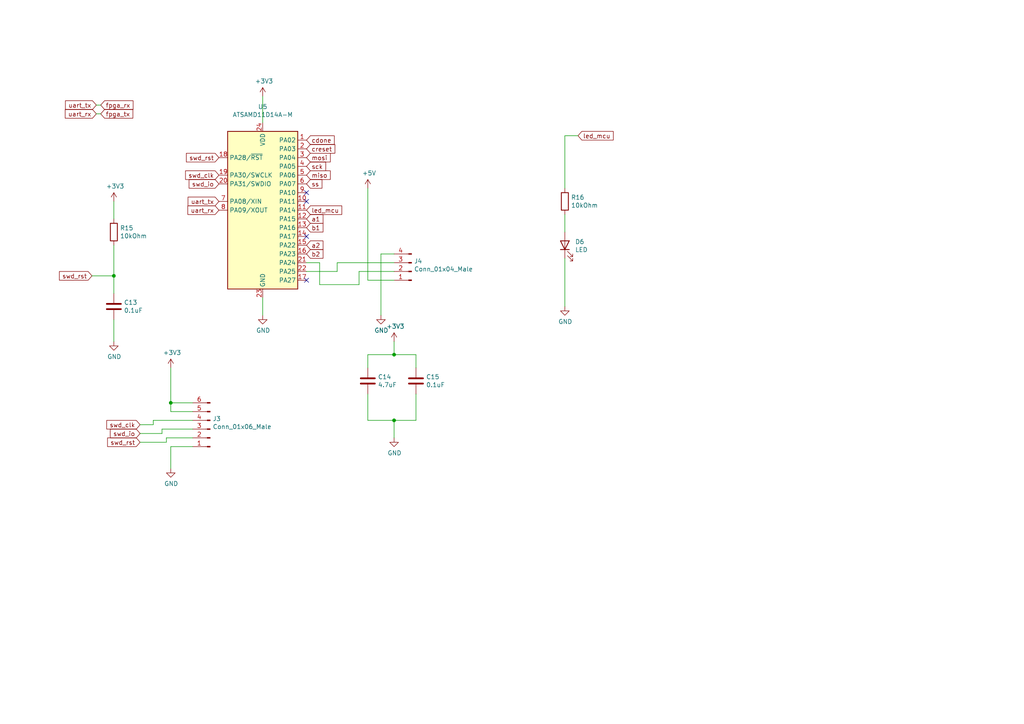
<source format=kicad_sch>
(kicad_sch (version 20211123) (generator eeschema)
  (paper "A4")
  (lib_symbols
    (symbol "Connector:Conn_01x04_Male" (pin_names (offset 1.016) hide)
      (property "Reference" "J" (at 0 5.08 0))
      (property "Value" "Conn_01x04_Male" (at 0 -7.62 0))
      (symbol "Conn_01x04_Male_1_1"
        (polyline (pts (xy 1.27 -5.08) (xy 0.8636 -5.08)) (stroke (width 0.1524)))
        (polyline (pts (xy 1.27 -2.54) (xy 0.8636 -2.54)) (stroke (width 0.1524)))
        (polyline (pts (xy 1.27 0) (xy 0.8636 0)) (stroke (width 0.1524)))
        (polyline (pts (xy 1.27 2.54) (xy 0.8636 2.54)) (stroke (width 0.1524)))
        (rectangle (start 0.8636 -4.953) (end 0 -5.207) (stroke (width 0.1524)) (fill (type outline)))
        (rectangle (start 0.8636 -2.413) (end 0 -2.667) (stroke (width 0.1524)) (fill (type outline)))
        (rectangle (start 0.8636 0.127) (end 0 -0.127) (stroke (width 0.1524)) (fill (type outline)))
        (rectangle (start 0.8636 2.667) (end 0 2.413) (stroke (width 0.1524)) (fill (type outline)))
        (pin passive line (at 5.08 2.54 180) (length 3.81) (name "Pin_1") (number "1"))
        (pin passive line (at 5.08 0 180) (length 3.81) (name "Pin_2") (number "2"))
        (pin passive line (at 5.08 -2.54 180) (length 3.81) (name "Pin_3") (number "3"))
        (pin passive line (at 5.08 -5.08 180) (length 3.81) (name "Pin_4") (number "4"))
      )
    )
    (symbol "Connector:Conn_01x06_Male" (pin_names (offset 1.016) hide)
      (property "Reference" "J" (at 0 7.62 0))
      (property "Value" "Conn_01x06_Male" (at 0 -10.16 0))
      (symbol "Conn_01x06_Male_1_1"
        (polyline (pts (xy 1.27 -7.62) (xy 0.8636 -7.62)) (stroke (width 0.1524)))
        (polyline (pts (xy 1.27 -5.08) (xy 0.8636 -5.08)) (stroke (width 0.1524)))
        (polyline (pts (xy 1.27 -2.54) (xy 0.8636 -2.54)) (stroke (width 0.1524)))
        (polyline (pts (xy 1.27 0) (xy 0.8636 0)) (stroke (width 0.1524)))
        (polyline (pts (xy 1.27 2.54) (xy 0.8636 2.54)) (stroke (width 0.1524)))
        (polyline (pts (xy 1.27 5.08) (xy 0.8636 5.08)) (stroke (width 0.1524)))
        (rectangle (start 0.8636 -7.493) (end 0 -7.747) (stroke (width 0.1524)) (fill (type outline)))
        (rectangle (start 0.8636 -4.953) (end 0 -5.207) (stroke (width 0.1524)) (fill (type outline)))
        (rectangle (start 0.8636 -2.413) (end 0 -2.667) (stroke (width 0.1524)) (fill (type outline)))
        (rectangle (start 0.8636 0.127) (end 0 -0.127) (stroke (width 0.1524)) (fill (type outline)))
        (rectangle (start 0.8636 2.667) (end 0 2.413) (stroke (width 0.1524)) (fill (type outline)))
        (rectangle (start 0.8636 5.207) (end 0 4.953) (stroke (width 0.1524)) (fill (type outline)))
        (pin passive line (at 5.08 5.08 180) (length 3.81) (name "Pin_1") (number "1"))
        (pin passive line (at 5.08 2.54 180) (length 3.81) (name "Pin_2") (number "2"))
        (pin passive line (at 5.08 0 180) (length 3.81) (name "Pin_3") (number "3"))
        (pin passive line (at 5.08 -2.54 180) (length 3.81) (name "Pin_4") (number "4"))
        (pin passive line (at 5.08 -5.08 180) (length 3.81) (name "Pin_5") (number "5"))
        (pin passive line (at 5.08 -7.62 180) (length 3.81) (name "Pin_6") (number "6"))
      )
    )
    (symbol "Device:C" (pin_numbers hide) (pin_names (offset 0.254))
      (property "Reference" "C" (at 0.635 2.54 0))
      (property "Value" "C" (at 0.635 -2.54 0))
      (symbol "C_0_1"
        (polyline (pts (xy -2.032 -0.762) (xy 2.032 -0.762)) (stroke (width 0.508)))
        (polyline (pts (xy -2.032 0.762) (xy 2.032 0.762)) (stroke (width 0.508)))
      )
      (symbol "C_1_1"
        (pin passive line (at 0 3.81 270) (length 2.794) (name "~") (number "1"))
        (pin passive line (at 0 -3.81 90) (length 2.794) (name "~") (number "2"))
      )
    )
    (symbol "Device:LED" (pin_numbers hide) (pin_names (offset 1.016) hide)
      (property "Reference" "D" (at 0 2.54 0))
      (property "Value" "LED" (at 0 -2.54 0))
      (symbol "LED_0_1"
        (polyline (pts (xy -1.27 -1.27) (xy -1.27 1.27)) (stroke (width 0.254)))
        (polyline (pts (xy -1.27 0) (xy 1.27 0)))
        (polyline (pts (xy 1.27 -1.27) (xy 1.27 1.27) (xy -1.27 0) (xy 1.27 -1.27)) (stroke (width 0.254)))
        (polyline (pts (xy -3.048 -0.762) (xy -4.572 -2.286) (xy -3.81 -2.286) (xy -4.572 -2.286) (xy -4.572 -1.524)))
        (polyline (pts (xy -1.778 -0.762) (xy -3.302 -2.286) (xy -2.54 -2.286) (xy -3.302 -2.286) (xy -3.302 -1.524)))
      )
      (symbol "LED_1_1"
        (pin passive line (at -3.81 0 0) (length 2.54) (name "K") (number "1"))
        (pin passive line (at 3.81 0 180) (length 2.54) (name "A") (number "2"))
      )
    )
    (symbol "Device:R" (pin_numbers hide) (pin_names (offset 0))
      (property "Reference" "R" (at 2.032 0 90))
      (property "Value" "R" (at 0 0 90))
      (symbol "R_0_1"
        (rectangle (start -1.016 -2.54) (end 1.016 2.54) (stroke (width 0.254)))
      )
      (symbol "R_1_1"
        (pin passive line (at 0 3.81 270) (length 1.27) (name "~") (number "1"))
        (pin passive line (at 0 -3.81 90) (length 1.27) (name "~") (number "2"))
      )
    )
    (symbol "GitRep_SAMD:ATSAMD11D14A-M"
      (property "Reference" "U" (at -10.16 24.13 0))
      (property "Value" "GitRep_SAMD_ATSAMD11D14A-M" (at 1.27 24.13 0))
      (symbol "ATSAMD11D14A-M_0_1"
        (rectangle (start -10.16 22.86) (end 10.16 -22.86) (stroke (width 0.254)) (fill (type background)))
      )
      (symbol "ATSAMD11D14A-M_1_1"
        (pin bidirectional line (at 12.7 20.32 180) (length 2.54) (name "PA02") (number "1"))
        (pin bidirectional line (at 12.7 2.54 180) (length 2.54) (name "PA11") (number "10"))
        (pin bidirectional line (at 12.7 0 180) (length 2.54) (name "PA14") (number "11"))
        (pin bidirectional line (at 12.7 -2.54 180) (length 2.54) (name "PA15") (number "12"))
        (pin bidirectional line (at 12.7 -5.08 180) (length 2.54) (name "PA16") (number "13"))
        (pin bidirectional line (at 12.7 -7.62 180) (length 2.54) (name "PA17") (number "14"))
        (pin bidirectional line (at 12.7 -10.16 180) (length 2.54) (name "PA22") (number "15"))
        (pin bidirectional line (at 12.7 -12.7 180) (length 2.54) (name "PA23") (number "16"))
        (pin bidirectional line (at 12.7 -20.32 180) (length 2.54) (name "PA27") (number "17"))
        (pin bidirectional line (at -12.7 15.24 0) (length 2.54) (name "PA28/~{RST}") (number "18"))
        (pin bidirectional line (at -12.7 10.16 0) (length 2.54) (name "PA30/SWCLK") (number "19"))
        (pin bidirectional line (at 12.7 17.78 180) (length 2.54) (name "PA03") (number "2"))
        (pin bidirectional line (at -12.7 7.62 0) (length 2.54) (name "PA31/SWDIO") (number "20"))
        (pin bidirectional line (at 12.7 -15.24 180) (length 2.54) (name "PA24") (number "21"))
        (pin bidirectional line (at 12.7 -17.78 180) (length 2.54) (name "PA25") (number "22"))
        (pin power_in line (at 0 -25.4 90) (length 2.54) (name "GND") (number "23"))
        (pin power_in line (at 0 25.4 270) (length 2.54) (name "VDD") (number "24"))
        (pin bidirectional line (at 12.7 15.24 180) (length 2.54) (name "PA04") (number "3"))
        (pin bidirectional line (at 12.7 12.7 180) (length 2.54) (name "PA05") (number "4"))
        (pin bidirectional line (at 12.7 10.16 180) (length 2.54) (name "PA06") (number "5"))
        (pin bidirectional line (at 12.7 7.62 180) (length 2.54) (name "PA07") (number "6"))
        (pin bidirectional line (at -12.7 2.54 0) (length 2.54) (name "PA08/XIN") (number "7"))
        (pin bidirectional line (at -12.7 0 0) (length 2.54) (name "PA09/XOUT") (number "8"))
        (pin bidirectional line (at 12.7 5.08 180) (length 2.54) (name "PA10") (number "9"))
      )
    )
    (symbol "power:+3V3" (power) (pin_names (offset 0))
      (property "Value" "+3V3" (at 0 3.556 0))
      (symbol "+3V3_0_1"
        (polyline (pts (xy -0.762 1.27) (xy 0 2.54)))
        (polyline (pts (xy 0 0) (xy 0 2.54)))
        (polyline (pts (xy 0 2.54) (xy 0.762 1.27)))
      )
      (symbol "+3V3_1_1"
        (pin power_in line (at 0 0 90) (length 0) hide (name "+3V3") (number "1"))
      )
    )
    (symbol "power:+5V" (power) (pin_names (offset 0))
      (property "Value" "+5V" (at 0 3.556 0))
      (symbol "+5V_0_1"
        (polyline (pts (xy -0.762 1.27) (xy 0 2.54)))
        (polyline (pts (xy 0 0) (xy 0 2.54)))
        (polyline (pts (xy 0 2.54) (xy 0.762 1.27)))
      )
      (symbol "+5V_1_1"
        (pin power_in line (at 0 0 90) (length 0) hide (name "+5V") (number "1"))
      )
    )
    (symbol "power:GND" (power) (pin_names (offset 0))
      (property "Value" "GND" (at 0 -3.81 0))
      (symbol "GND_0_1"
        (polyline (pts (xy 0 0) (xy 0 -1.27) (xy 1.27 -1.27) (xy 0 -2.54) (xy -1.27 -1.27) (xy 0 -1.27)))
      )
      (symbol "GND_1_1"
        (pin power_in line (at 0 0 270) (length 0) hide (name "GND") (number "1"))
      )
    )
  )
  (junction (at 49.53 116.84))
  (junction (at 114.3 121.92))
  (junction (at 33.02 80.01))
  (junction (at 114.3 102.87))
  (no_connect (at 88.9 68.58))
  (no_connect (at 88.9 58.42))
  (no_connect (at 88.9 55.88))
  (no_connect (at 88.9 81.28))
  (wire (pts (xy 106.68 102.87) (xy 114.3 102.87)))
  (wire (pts (xy 106.68 106.68) (xy 106.68 102.87)))
  (wire (pts (xy 33.02 80.01) (xy 33.02 85.09)))
  (wire (pts (xy 163.83 39.37) (xy 167.64 39.37)))
  (wire (pts (xy 55.88 127) (xy 48.26 127)))
  (wire (pts (xy 106.68 54.61) (xy 106.68 81.28)))
  (wire (pts (xy 76.2 27.94) (xy 76.2 35.56)))
  (wire (pts (xy 104.14 78.74) (xy 114.3 78.74)))
  (wire (pts (xy 114.3 73.66) (xy 110.49 73.66)))
  (wire (pts (xy 92.71 76.2) (xy 92.71 82.55)))
  (wire (pts (xy 33.02 71.12) (xy 33.02 80.01)))
  (wire (pts (xy 55.88 119.38) (xy 49.53 119.38)))
  (wire (pts (xy 48.26 128.27) (xy 40.64 128.27)))
  (wire (pts (xy 97.79 76.2) (xy 114.3 76.2)))
  (wire (pts (xy 106.68 114.3) (xy 106.68 121.92)))
  (wire (pts (xy 163.83 67.31) (xy 163.83 62.23)))
  (wire (pts (xy 110.49 73.66) (xy 110.49 91.44)))
  (wire (pts (xy 114.3 102.87) (xy 120.65 102.87)))
  (wire (pts (xy 92.71 82.55) (xy 104.14 82.55)))
  (wire (pts (xy 33.02 58.42) (xy 33.02 63.5)))
  (wire (pts (xy 33.02 99.06) (xy 33.02 92.71)))
  (wire (pts (xy 163.83 88.9) (xy 163.83 74.93)))
  (wire (pts (xy 88.9 76.2) (xy 92.71 76.2)))
  (wire (pts (xy 114.3 121.92) (xy 120.65 121.92)))
  (wire (pts (xy 97.79 78.74) (xy 97.79 76.2)))
  (wire (pts (xy 49.53 135.89) (xy 49.53 129.54)))
  (wire (pts (xy 40.64 123.19) (xy 44.45 123.19)))
  (wire (pts (xy 49.53 116.84) (xy 49.53 106.68)))
  (wire (pts (xy 46.99 125.73) (xy 40.64 125.73)))
  (wire (pts (xy 76.2 86.36) (xy 76.2 91.44)))
  (wire (pts (xy 114.3 127) (xy 114.3 121.92)))
  (wire (pts (xy 49.53 129.54) (xy 55.88 129.54)))
  (wire (pts (xy 49.53 119.38) (xy 49.53 116.84)))
  (wire (pts (xy 33.02 80.01) (xy 26.67 80.01)))
  (wire (pts (xy 104.14 82.55) (xy 104.14 78.74)))
  (wire (pts (xy 163.83 54.61) (xy 163.83 39.37)))
  (wire (pts (xy 27.94 33.02) (xy 29.21 33.02)))
  (wire (pts (xy 46.99 124.46) (xy 46.99 125.73)))
  (wire (pts (xy 55.88 124.46) (xy 46.99 124.46)))
  (wire (pts (xy 44.45 121.92) (xy 55.88 121.92)))
  (wire (pts (xy 49.53 116.84) (xy 55.88 116.84)))
  (wire (pts (xy 27.94 30.48) (xy 29.21 30.48)))
  (wire (pts (xy 120.65 121.92) (xy 120.65 114.3)))
  (wire (pts (xy 48.26 127) (xy 48.26 128.27)))
  (wire (pts (xy 44.45 123.19) (xy 44.45 121.92)))
  (wire (pts (xy 114.3 99.06) (xy 114.3 102.87)))
  (wire (pts (xy 106.68 121.92) (xy 114.3 121.92)))
  (wire (pts (xy 106.68 81.28) (xy 114.3 81.28)))
  (wire (pts (xy 88.9 78.74) (xy 97.79 78.74)))
  (wire (pts (xy 120.65 102.87) (xy 120.65 106.68)))
  (global_label "a1" (shape input) (at 88.9 63.5 0) (property "Intersheet References" "${INTERSHEET_REFS}" (effects hide)))
  (global_label "swd_clk" (shape input) (at 40.64 123.19 180) (property "Intersheet References" "${INTERSHEET_REFS}" (effects hide)))
  (global_label "b1" (shape input) (at 88.9 66.04 0) (property "Intersheet References" "${INTERSHEET_REFS}" (effects hide)))
  (global_label "uart_rx" (shape input) (at 27.94 33.02 180) (property "Intersheet References" "${INTERSHEET_REFS}" (effects hide)))
  (global_label "led_mcu" (shape input) (at 88.9 60.96 0) (property "Intersheet References" "${INTERSHEET_REFS}" (effects hide)))
  (global_label "ss" (shape input) (at 88.9 53.34 0) (property "Intersheet References" "${INTERSHEET_REFS}" (effects hide)))
  (global_label "swd_rst" (shape input) (at 26.67 80.01 180) (property "Intersheet References" "${INTERSHEET_REFS}" (effects hide)))
  (global_label "creset" (shape input) (at 88.9 43.18 0) (property "Intersheet References" "${INTERSHEET_REFS}" (effects hide)))
  (global_label "uart_tx" (shape input) (at 63.5 58.42 180) (property "Intersheet References" "${INTERSHEET_REFS}" (effects hide)))
  (global_label "swd_clk" (shape input) (at 63.5 50.8 180) (property "Intersheet References" "${INTERSHEET_REFS}" (effects hide)))
  (global_label "swd_io" (shape input) (at 40.64 125.73 180) (property "Intersheet References" "${INTERSHEET_REFS}" (effects hide)))
  (global_label "miso" (shape input) (at 88.9 50.8 0) (property "Intersheet References" "${INTERSHEET_REFS}" (effects hide)))
  (global_label "fpga_tx" (shape input) (at 29.21 33.02 0) (property "Intersheet References" "${INTERSHEET_REFS}" (effects hide)))
  (global_label "fpga_rx" (shape input) (at 29.21 30.48 0) (property "Intersheet References" "${INTERSHEET_REFS}" (effects hide)))
  (global_label "led_mcu" (shape input) (at 167.64 39.37 0) (property "Intersheet References" "${INTERSHEET_REFS}" (effects hide)))
  (global_label "swd_rst" (shape input) (at 40.64 128.27 180) (property "Intersheet References" "${INTERSHEET_REFS}" (effects hide)))
  (global_label "mosi" (shape input) (at 88.9 45.72 0) (property "Intersheet References" "${INTERSHEET_REFS}" (effects hide)))
  (global_label "swd_io" (shape input) (at 63.5 53.34 180) (property "Intersheet References" "${INTERSHEET_REFS}" (effects hide)))
  (global_label "swd_rst" (shape input) (at 63.5 45.72 180) (property "Intersheet References" "${INTERSHEET_REFS}" (effects hide)))
  (global_label "sck" (shape input) (at 88.9 48.26 0) (property "Intersheet References" "${INTERSHEET_REFS}" (effects hide)))
  (global_label "a2" (shape input) (at 88.9 71.12 0) (property "Intersheet References" "${INTERSHEET_REFS}" (effects hide)))
  (global_label "cdone" (shape input) (at 88.9 40.64 0) (property "Intersheet References" "${INTERSHEET_REFS}" (effects hide)))
  (global_label "uart_rx" (shape input) (at 63.5 60.96 180) (property "Intersheet References" "${INTERSHEET_REFS}" (effects hide)))
  (global_label "b2" (shape input) (at 88.9 73.66 0) (property "Intersheet References" "${INTERSHEET_REFS}" (effects hide)))
  (global_label "uart_tx" (shape input) (at 27.94 30.48 180) (property "Intersheet References" "${INTERSHEET_REFS}" (effects hide)))
  (symbol (lib_id "Device:C") (at 120.65 110.49 0) (unit 1)
    (property "Reference" "C15" (at 123.571 109.3216 0) (effects (justify left)))
    (property "Value" "0.1uF" (at 123.571 111.633 0) (effects (justify left)))
    (property "Footprint" "Capacitor_SMD:C_0402_1005Metric" (effects hide))
  )
  (symbol (lib_id "Device:C") (at 106.68 110.49 0) (unit 1)
    (property "Reference" "C14" (at 109.601 109.3216 0) (effects (justify left)))
    (property "Value" "4.7uF" (at 109.601 111.633 0) (effects (justify left)))
    (property "Footprint" "Capacitor_SMD:C_0402_1005Metric" (effects hide))
  )
  (symbol (lib_id "power:GND") (at 114.3 127 0) (unit 1)
    (property "Reference" "#PWR050" (effects hide))
    (property "Value" "GND" (at 114.427 131.3942 0))
  )
  (symbol (lib_id "power:+3V3") (at 114.3 99.06 0) (unit 1)
    (property "Reference" "#PWR049" (effects hide))
    (property "Value" "+3V3" (at 114.681 94.6658 0))
  )
  (symbol (lib_id "power:GND") (at 110.49 91.44 0) (unit 1)
    (property "Reference" "#PWR048" (effects hide))
    (property "Value" "GND" (at 110.617 95.8342 0))
  )
  (symbol (lib_id "power:+3V3") (at 76.2 27.94 0) (unit 1)
    (property "Reference" "#PWR045" (effects hide))
    (property "Value" "+3V3" (at 76.581 23.5458 0))
  )
  (symbol (lib_id "power:+5V") (at 106.68 54.61 0) (unit 1)
    (property "Reference" "#PWR047" (effects hide))
    (property "Value" "+5V" (at 107.061 50.2158 0))
  )
  (symbol (lib_id "power:GND") (at 49.53 135.89 0) (unit 1)
    (property "Reference" "#PWR044" (effects hide))
    (property "Value" "GND" (at 49.657 140.2842 0))
  )
  (symbol (lib_id "power:+3V3") (at 49.53 106.68 0) (unit 1)
    (property "Reference" "#PWR043" (effects hide))
    (property "Value" "+3V3" (at 49.911 102.2858 0))
  )
  (symbol (lib_id "Connector:Conn_01x06_Male") (at 60.96 124.46 180) (unit 1)
    (property "Reference" "J3" (at 61.6712 121.4628 0) (effects (justify right)))
    (property "Value" "Conn_01x06_Male" (at 61.6712 123.7742 0) (effects (justify right)))
    (property "Footprint" "Connector_PinHeader_2.54mm:PinHeader_1x06_P2.54mm_Vertical" (effects hide))
  )
  (symbol (lib_id "Device:R") (at 163.83 58.42 0) (unit 1)
    (property "Reference" "R16" (at 165.608 57.2516 0) (effects (justify left)))
    (property "Value" "10kOhm" (at 165.608 59.563 0) (effects (justify left)))
    (property "Footprint" "Resistor_SMD:R_0402_1005Metric" (effects hide))
  )
  (symbol (lib_id "Device:LED") (at 163.83 71.12 90) (unit 1)
    (property "Reference" "D6" (at 166.8018 70.1294 90) (effects (justify right)))
    (property "Value" "LED" (at 166.8018 72.4408 90) (effects (justify right)))
    (property "Footprint" "LED_SMD:LED_1206_3216Metric" (effects hide))
  )
  (symbol (lib_id "power:GND") (at 163.83 88.9 0) (unit 1)
    (property "Reference" "#PWR051" (effects hide))
    (property "Value" "GND" (at 163.957 93.2942 0))
  )
  (symbol (lib_id "Device:C") (at 33.02 88.9 0) (unit 1)
    (property "Reference" "C13" (at 35.941 87.7316 0) (effects (justify left)))
    (property "Value" "0.1uF" (at 35.941 90.043 0) (effects (justify left)))
    (property "Footprint" "Capacitor_SMD:C_0402_1005Metric" (effects hide))
  )
  (symbol (lib_id "Device:R") (at 33.02 67.31 0) (unit 1)
    (property "Reference" "R15" (at 34.798 66.1416 0) (effects (justify left)))
    (property "Value" "10kOhm" (at 34.798 68.453 0) (effects (justify left)))
    (property "Footprint" "Resistor_SMD:R_0402_1005Metric" (effects hide))
  )
  (symbol (lib_id "power:+3V3") (at 33.02 58.42 0) (unit 1)
    (property "Reference" "#PWR041" (effects hide))
    (property "Value" "+3V3" (at 33.401 54.0258 0))
  )
  (symbol (lib_id "power:GND") (at 33.02 99.06 0) (unit 1)
    (property "Reference" "#PWR042" (effects hide))
    (property "Value" "GND" (at 33.147 103.4542 0))
  )
  (symbol (lib_id "GitRep_SAMD:ATSAMD11D14A-M") (at 76.2 60.96 0) (unit 1)
    (property "Reference" "U5" (at 76.2 30.9626 0))
    (property "Value" "ATSAMD11D14A-M" (at 76.2 33.274 0))
    (property "Footprint" "Package_DFN_QFN:QFN-24-1EP_4x4mm_P0.5mm_EP2.6x2.6mm" (effects hide))
    (property "Datasheet" "http://ww1.microchip.com/downloads/en/DeviceDoc/Atmel-42363-SAM-D11_Datasheet.pdf" (effects hide))
  )
  (symbol (lib_id "power:GND") (at 76.2 91.44 0) (unit 1)
    (property "Reference" "#PWR0101" (effects hide))
    (property "Value" "GND" (at 76.327 95.8342 0))
  )
  (symbol (lib_id "Connector:Conn_01x04_Male") (at 119.38 78.74 180) (unit 1)
    (property "Reference" "J4" (at 120.0912 75.7428 0) (effects (justify right)))
    (property "Value" "Conn_01x04_Male" (at 120.0912 78.0542 0) (effects (justify right)))
    (property "Footprint" "Connector_PinHeader_2.54mm:PinHeader_1x04_P2.54mm_Horizontal" (effects hide))
  )
)
</source>
